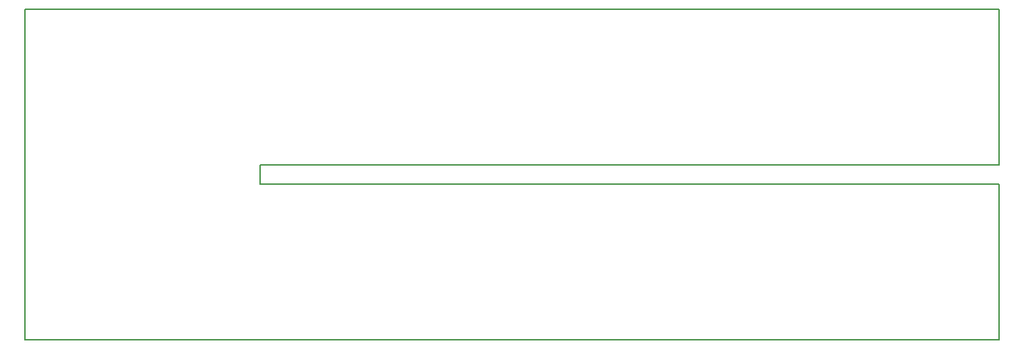
<source format=gko>
%FSLAX24Y24*%
%MOIN*%
G70*
G01*
G75*
G04 Layer_Color=16711935*
%ADD10C,0.0080*%
%ADD11C,0.0160*%
%ADD12C,0.0200*%
%ADD13C,0.0300*%
%ADD14C,0.0040*%
%ADD15C,0.0100*%
%ADD16C,0.0120*%
%ADD17C,0.0240*%
%ADD18C,0.0090*%
%ADD19R,0.0200X0.0200*%
%ADD20R,0.0200X0.0200*%
%ADD21C,0.0098*%
%ADD22C,0.0276*%
%ADD23R,0.0236X0.0413*%
%ADD24P,0.0283X4X90.0*%
%ADD25R,0.0940X0.0650*%
%ADD26R,0.0100X0.0270*%
%ADD27R,0.0550X0.0470*%
%ADD28R,0.0160X0.0440*%
G04:AMPARAMS|DCode=29|XSize=20mil|YSize=8mil|CornerRadius=3mil|HoleSize=0mil|Usage=FLASHONLY|Rotation=90.000|XOffset=0mil|YOffset=0mil|HoleType=Round|Shape=RoundedRectangle|*
%AMROUNDEDRECTD29*
21,1,0.0200,0.0020,0,0,90.0*
21,1,0.0140,0.0080,0,0,90.0*
1,1,0.0060,0.0010,0.0070*
1,1,0.0060,0.0010,-0.0070*
1,1,0.0060,-0.0010,-0.0070*
1,1,0.0060,-0.0010,0.0070*
%
%ADD29ROUNDEDRECTD29*%
G04:AMPARAMS|DCode=30|XSize=20mil|YSize=8mil|CornerRadius=3mil|HoleSize=0mil|Usage=FLASHONLY|Rotation=0.000|XOffset=0mil|YOffset=0mil|HoleType=Round|Shape=RoundedRectangle|*
%AMROUNDEDRECTD30*
21,1,0.0200,0.0020,0,0,0.0*
21,1,0.0140,0.0080,0,0,0.0*
1,1,0.0060,0.0070,-0.0010*
1,1,0.0060,-0.0070,-0.0010*
1,1,0.0060,-0.0070,0.0010*
1,1,0.0060,0.0070,0.0010*
%
%ADD30ROUNDEDRECTD30*%
%ADD31R,0.0360X0.0400*%
%ADD32R,0.0340X0.0310*%
%ADD33R,0.0320X0.0280*%
%ADD34R,0.0560X0.0560*%
%ADD35R,0.0480X0.0560*%
%ADD36R,0.0200X0.0400*%
G04:AMPARAMS|DCode=37|XSize=52mil|YSize=63mil|CornerRadius=5.2mil|HoleSize=0mil|Usage=FLASHONLY|Rotation=180.000|XOffset=0mil|YOffset=0mil|HoleType=Round|Shape=RoundedRectangle|*
%AMROUNDEDRECTD37*
21,1,0.0520,0.0526,0,0,180.0*
21,1,0.0416,0.0630,0,0,180.0*
1,1,0.0104,-0.0208,0.0263*
1,1,0.0104,0.0208,0.0263*
1,1,0.0104,0.0208,-0.0263*
1,1,0.0104,-0.0208,-0.0263*
%
%ADD37ROUNDEDRECTD37*%
%ADD38R,0.0400X0.0360*%
%ADD39R,0.0310X0.0340*%
%ADD40R,0.0400X0.0200*%
G04:AMPARAMS|DCode=41|XSize=52mil|YSize=63mil|CornerRadius=5.2mil|HoleSize=0mil|Usage=FLASHONLY|Rotation=315.000|XOffset=0mil|YOffset=0mil|HoleType=Round|Shape=RoundedRectangle|*
%AMROUNDEDRECTD41*
21,1,0.0520,0.0526,0,0,315.0*
21,1,0.0416,0.0630,0,0,315.0*
1,1,0.0104,-0.0039,-0.0333*
1,1,0.0104,-0.0333,-0.0039*
1,1,0.0104,0.0039,0.0333*
1,1,0.0104,0.0333,0.0039*
%
%ADD41ROUNDEDRECTD41*%
G04:AMPARAMS|DCode=42|XSize=52mil|YSize=63mil|CornerRadius=5.2mil|HoleSize=0mil|Usage=FLASHONLY|Rotation=270.000|XOffset=0mil|YOffset=0mil|HoleType=Round|Shape=RoundedRectangle|*
%AMROUNDEDRECTD42*
21,1,0.0520,0.0526,0,0,270.0*
21,1,0.0416,0.0630,0,0,270.0*
1,1,0.0104,-0.0263,-0.0208*
1,1,0.0104,-0.0263,0.0208*
1,1,0.0104,0.0263,0.0208*
1,1,0.0104,0.0263,-0.0208*
%
%ADD42ROUNDEDRECTD42*%
%ADD43R,0.0280X0.0320*%
%ADD44R,0.0100X0.0220*%
G04:AMPARAMS|DCode=45|XSize=22mil|YSize=10mil|CornerRadius=0mil|HoleSize=0mil|Usage=FLASHONLY|Rotation=45.000|XOffset=0mil|YOffset=0mil|HoleType=Round|Shape=Rectangle|*
%AMROTATEDRECTD45*
4,1,4,-0.0042,-0.0113,-0.0113,-0.0042,0.0042,0.0113,0.0113,0.0042,-0.0042,-0.0113,0.0*
%
%ADD45ROTATEDRECTD45*%

%ADD46R,0.1460X0.0480*%
%ADD47R,0.0560X0.0160*%
%ADD48R,0.0750X0.0910*%
%ADD49R,0.0750X0.0710*%
G04:AMPARAMS|DCode=50|XSize=8mil|YSize=28mil|CornerRadius=4mil|HoleSize=0mil|Usage=FLASHONLY|Rotation=270.000|XOffset=0mil|YOffset=0mil|HoleType=Round|Shape=RoundedRectangle|*
%AMROUNDEDRECTD50*
21,1,0.0080,0.0200,0,0,270.0*
21,1,0.0000,0.0280,0,0,270.0*
1,1,0.0080,-0.0100,0.0000*
1,1,0.0080,-0.0100,0.0000*
1,1,0.0080,0.0100,0.0000*
1,1,0.0080,0.0100,0.0000*
%
%ADD50ROUNDEDRECTD50*%
G04:AMPARAMS|DCode=51|XSize=8mil|YSize=28mil|CornerRadius=4mil|HoleSize=0mil|Usage=FLASHONLY|Rotation=180.000|XOffset=0mil|YOffset=0mil|HoleType=Round|Shape=RoundedRectangle|*
%AMROUNDEDRECTD51*
21,1,0.0080,0.0200,0,0,180.0*
21,1,0.0000,0.0280,0,0,180.0*
1,1,0.0080,0.0000,0.0100*
1,1,0.0080,0.0000,0.0100*
1,1,0.0080,0.0000,-0.0100*
1,1,0.0080,0.0000,-0.0100*
%
%ADD51ROUNDEDRECTD51*%
G04:AMPARAMS|DCode=52|XSize=182mil|YSize=182mil|CornerRadius=4.6mil|HoleSize=0mil|Usage=FLASHONLY|Rotation=180.000|XOffset=0mil|YOffset=0mil|HoleType=Round|Shape=RoundedRectangle|*
%AMROUNDEDRECTD52*
21,1,0.1820,0.1729,0,0,180.0*
21,1,0.1729,0.1820,0,0,180.0*
1,1,0.0091,-0.0865,0.0865*
1,1,0.0091,0.0865,0.0865*
1,1,0.0091,0.0865,-0.0865*
1,1,0.0091,-0.0865,-0.0865*
%
%ADD52ROUNDEDRECTD52*%
G04:AMPARAMS|DCode=53|XSize=182mil|YSize=182mil|CornerRadius=4.6mil|HoleSize=0mil|Usage=FLASHONLY|Rotation=135.000|XOffset=0mil|YOffset=0mil|HoleType=Round|Shape=RoundedRectangle|*
%AMROUNDEDRECTD53*
21,1,0.1820,0.1729,0,0,135.0*
21,1,0.1729,0.1820,0,0,135.0*
1,1,0.0091,0.0000,0.1223*
1,1,0.0091,0.1223,0.0000*
1,1,0.0091,0.0000,-0.1223*
1,1,0.0091,-0.1223,0.0000*
%
%ADD53ROUNDEDRECTD53*%
G04:AMPARAMS|DCode=54|XSize=8mil|YSize=28mil|CornerRadius=4mil|HoleSize=0mil|Usage=FLASHONLY|Rotation=135.000|XOffset=0mil|YOffset=0mil|HoleType=Round|Shape=RoundedRectangle|*
%AMROUNDEDRECTD54*
21,1,0.0080,0.0200,0,0,135.0*
21,1,0.0000,0.0280,0,0,135.0*
1,1,0.0080,0.0071,0.0071*
1,1,0.0080,0.0071,0.0071*
1,1,0.0080,-0.0071,-0.0071*
1,1,0.0080,-0.0071,-0.0071*
%
%ADD54ROUNDEDRECTD54*%
G04:AMPARAMS|DCode=55|XSize=8mil|YSize=28mil|CornerRadius=4mil|HoleSize=0mil|Usage=FLASHONLY|Rotation=225.000|XOffset=0mil|YOffset=0mil|HoleType=Round|Shape=RoundedRectangle|*
%AMROUNDEDRECTD55*
21,1,0.0080,0.0200,0,0,225.0*
21,1,0.0000,0.0280,0,0,225.0*
1,1,0.0080,-0.0071,0.0071*
1,1,0.0080,-0.0071,0.0071*
1,1,0.0080,0.0071,-0.0071*
1,1,0.0080,0.0071,-0.0071*
%
%ADD55ROUNDEDRECTD55*%
%ADD56P,0.0283X4X360.0*%
%ADD57R,0.0600X0.0950*%
%ADD58R,0.0240X0.0160*%
G04:AMPARAMS|DCode=59|XSize=14mil|YSize=14mil|CornerRadius=7mil|HoleSize=0mil|Usage=FLASHONLY|Rotation=0.000|XOffset=0mil|YOffset=0mil|HoleType=Round|Shape=RoundedRectangle|*
%AMROUNDEDRECTD59*
21,1,0.0140,0.0000,0,0,0.0*
21,1,0.0000,0.0140,0,0,0.0*
1,1,0.0140,0.0000,0.0000*
1,1,0.0140,0.0000,0.0000*
1,1,0.0140,0.0000,0.0000*
1,1,0.0140,0.0000,0.0000*
%
%ADD59ROUNDEDRECTD59*%
%ADD60R,0.0165X0.0400*%
%ADD61C,0.0236*%
%ADD62R,0.0120X0.0400*%
%ADD63R,0.0480X0.0400*%
%ADD64R,0.0400X0.0480*%
%ADD65R,0.0827X0.0206*%
%ADD66R,0.0394X0.0560*%
%ADD67R,0.0827X0.0354*%
%ADD68R,0.0560X0.0394*%
%ADD69R,0.0206X0.0827*%
%ADD70R,0.0354X0.0827*%
G04:AMPARAMS|DCode=71|XSize=100mil|YSize=35mil|CornerRadius=8.8mil|HoleSize=0mil|Usage=FLASHONLY|Rotation=180.000|XOffset=0mil|YOffset=0mil|HoleType=Round|Shape=RoundedRectangle|*
%AMROUNDEDRECTD71*
21,1,0.1000,0.0175,0,0,180.0*
21,1,0.0825,0.0350,0,0,180.0*
1,1,0.0175,-0.0413,0.0088*
1,1,0.0175,0.0413,0.0088*
1,1,0.0175,0.0413,-0.0088*
1,1,0.0175,-0.0413,-0.0088*
%
%ADD71ROUNDEDRECTD71*%
G04:AMPARAMS|DCode=72|XSize=100mil|YSize=35mil|CornerRadius=8.8mil|HoleSize=0mil|Usage=FLASHONLY|Rotation=90.000|XOffset=0mil|YOffset=0mil|HoleType=Round|Shape=RoundedRectangle|*
%AMROUNDEDRECTD72*
21,1,0.1000,0.0175,0,0,90.0*
21,1,0.0825,0.0350,0,0,90.0*
1,1,0.0175,0.0088,0.0413*
1,1,0.0175,0.0088,-0.0413*
1,1,0.0175,-0.0088,-0.0413*
1,1,0.0175,-0.0088,0.0413*
%
%ADD72ROUNDEDRECTD72*%
%ADD73R,0.0950X0.0300*%
%ADD74R,0.0512X0.0866*%
%ADD75R,0.0512X0.0551*%
%ADD76C,0.0160*%
%ADD77C,0.0630*%
%ADD78C,0.0360*%
%ADD79C,0.0070*%
%ADD80C,0.0060*%
%ADD81C,0.0400*%
%ADD82C,0.0280*%
%ADD83R,0.0520X0.0140*%
%ADD84R,0.0108X0.0250*%
%ADD85R,0.0247X0.0144*%
%ADD86R,0.0230X0.0158*%
%ADD87R,0.0095X0.0038*%
%ADD88R,0.0150X0.0200*%
%ADD89R,0.1410X0.0970*%
%ADD90R,0.0180X0.0170*%
%ADD91C,0.0551*%
%ADD92C,0.0660*%
%ADD93C,0.0160*%
%ADD94C,0.0240*%
%ADD95C,0.0140*%
%ADD96C,0.0480*%
%ADD97C,0.0210*%
%ADD98C,0.0410*%
%ADD99R,0.0250X0.0040*%
G04:AMPARAMS|DCode=100|XSize=700mil|YSize=700mil|CornerRadius=350mil|HoleSize=0mil|Usage=FLASHONLY|Rotation=277.000|XOffset=0mil|YOffset=0mil|HoleType=Round|Shape=RoundedRectangle|*
%AMROUNDEDRECTD100*
21,1,0.7000,0.0000,0,0,277.0*
21,1,0.0000,0.7000,0,0,277.0*
1,1,0.7000,0.0000,0.0000*
1,1,0.7000,0.0000,0.0000*
1,1,0.7000,0.0000,0.0000*
1,1,0.7000,0.0000,0.0000*
%
%ADD100ROUNDEDRECTD100*%
G04:AMPARAMS|DCode=101|XSize=200mil|YSize=110mil|CornerRadius=0mil|HoleSize=0mil|Usage=FLASHONLY|Rotation=277.000|XOffset=0mil|YOffset=0mil|HoleType=Round|Shape=Rectangle|*
%AMROTATEDRECTD101*
4,1,4,-0.0668,0.0926,0.0424,0.1060,0.0668,-0.0926,-0.0424,-0.1060,-0.0668,0.0926,0.0*
%
%ADD101ROTATEDRECTD101*%

%ADD102R,0.0600X0.1340*%
%ADD103R,0.0400X0.1380*%
%ADD104R,0.0750X0.0360*%
%ADD105R,0.0360X0.0750*%
%ADD106R,0.0250X0.0580*%
%ADD107C,0.0050*%
%ADD108R,0.0190X0.0130*%
%ADD109C,0.0003*%
%ADD110C,0.0011*%
%ADD111R,0.0280X0.0280*%
%ADD112R,0.0280X0.0280*%
%ADD113C,0.0178*%
%ADD114C,0.0356*%
%ADD115R,0.0316X0.0493*%
%ADD116P,0.0396X4X90.0*%
%ADD117R,0.1020X0.0730*%
%ADD118R,0.0180X0.0350*%
%ADD119R,0.0630X0.0550*%
%ADD120R,0.0240X0.0520*%
G04:AMPARAMS|DCode=121|XSize=28mil|YSize=16mil|CornerRadius=7mil|HoleSize=0mil|Usage=FLASHONLY|Rotation=90.000|XOffset=0mil|YOffset=0mil|HoleType=Round|Shape=RoundedRectangle|*
%AMROUNDEDRECTD121*
21,1,0.0280,0.0020,0,0,90.0*
21,1,0.0140,0.0160,0,0,90.0*
1,1,0.0140,0.0010,0.0070*
1,1,0.0140,0.0010,-0.0070*
1,1,0.0140,-0.0010,-0.0070*
1,1,0.0140,-0.0010,0.0070*
%
%ADD121ROUNDEDRECTD121*%
G04:AMPARAMS|DCode=122|XSize=28mil|YSize=16mil|CornerRadius=7mil|HoleSize=0mil|Usage=FLASHONLY|Rotation=0.000|XOffset=0mil|YOffset=0mil|HoleType=Round|Shape=RoundedRectangle|*
%AMROUNDEDRECTD122*
21,1,0.0280,0.0020,0,0,0.0*
21,1,0.0140,0.0160,0,0,0.0*
1,1,0.0140,0.0070,-0.0010*
1,1,0.0140,-0.0070,-0.0010*
1,1,0.0140,-0.0070,0.0010*
1,1,0.0140,0.0070,0.0010*
%
%ADD122ROUNDEDRECTD122*%
%ADD123R,0.0440X0.0480*%
%ADD124R,0.0420X0.0390*%
%ADD125R,0.0400X0.0360*%
%ADD126R,0.0640X0.0640*%
%ADD127R,0.0560X0.0640*%
%ADD128R,0.0280X0.0480*%
G04:AMPARAMS|DCode=129|XSize=60mil|YSize=71mil|CornerRadius=9.2mil|HoleSize=0mil|Usage=FLASHONLY|Rotation=180.000|XOffset=0mil|YOffset=0mil|HoleType=Round|Shape=RoundedRectangle|*
%AMROUNDEDRECTD129*
21,1,0.0600,0.0526,0,0,180.0*
21,1,0.0416,0.0710,0,0,180.0*
1,1,0.0184,-0.0208,0.0263*
1,1,0.0184,0.0208,0.0263*
1,1,0.0184,0.0208,-0.0263*
1,1,0.0184,-0.0208,-0.0263*
%
%ADD129ROUNDEDRECTD129*%
%ADD130R,0.0480X0.0440*%
%ADD131R,0.0390X0.0420*%
%ADD132R,0.0480X0.0280*%
G04:AMPARAMS|DCode=133|XSize=60mil|YSize=71mil|CornerRadius=9.2mil|HoleSize=0mil|Usage=FLASHONLY|Rotation=315.000|XOffset=0mil|YOffset=0mil|HoleType=Round|Shape=RoundedRectangle|*
%AMROUNDEDRECTD133*
21,1,0.0600,0.0526,0,0,315.0*
21,1,0.0416,0.0710,0,0,315.0*
1,1,0.0184,-0.0039,-0.0333*
1,1,0.0184,-0.0333,-0.0039*
1,1,0.0184,0.0039,0.0333*
1,1,0.0184,0.0333,0.0039*
%
%ADD133ROUNDEDRECTD133*%
G04:AMPARAMS|DCode=134|XSize=60mil|YSize=71mil|CornerRadius=9.2mil|HoleSize=0mil|Usage=FLASHONLY|Rotation=270.000|XOffset=0mil|YOffset=0mil|HoleType=Round|Shape=RoundedRectangle|*
%AMROUNDEDRECTD134*
21,1,0.0600,0.0526,0,0,270.0*
21,1,0.0416,0.0710,0,0,270.0*
1,1,0.0184,-0.0263,-0.0208*
1,1,0.0184,-0.0263,0.0208*
1,1,0.0184,0.0263,0.0208*
1,1,0.0184,0.0263,-0.0208*
%
%ADD134ROUNDEDRECTD134*%
%ADD135R,0.0360X0.0400*%
%ADD136R,0.0180X0.0300*%
G04:AMPARAMS|DCode=137|XSize=30mil|YSize=18mil|CornerRadius=0mil|HoleSize=0mil|Usage=FLASHONLY|Rotation=45.000|XOffset=0mil|YOffset=0mil|HoleType=Round|Shape=Rectangle|*
%AMROTATEDRECTD137*
4,1,4,-0.0042,-0.0170,-0.0170,-0.0042,0.0042,0.0170,0.0170,0.0042,-0.0042,-0.0170,0.0*
%
%ADD137ROTATEDRECTD137*%

%ADD138R,0.1540X0.0560*%
%ADD139R,0.0640X0.0240*%
%ADD140R,0.0830X0.0990*%
%ADD141R,0.0830X0.0790*%
G04:AMPARAMS|DCode=142|XSize=16mil|YSize=36mil|CornerRadius=8mil|HoleSize=0mil|Usage=FLASHONLY|Rotation=270.000|XOffset=0mil|YOffset=0mil|HoleType=Round|Shape=RoundedRectangle|*
%AMROUNDEDRECTD142*
21,1,0.0160,0.0200,0,0,270.0*
21,1,0.0000,0.0360,0,0,270.0*
1,1,0.0160,-0.0100,0.0000*
1,1,0.0160,-0.0100,0.0000*
1,1,0.0160,0.0100,0.0000*
1,1,0.0160,0.0100,0.0000*
%
%ADD142ROUNDEDRECTD142*%
G04:AMPARAMS|DCode=143|XSize=16mil|YSize=36mil|CornerRadius=8mil|HoleSize=0mil|Usage=FLASHONLY|Rotation=180.000|XOffset=0mil|YOffset=0mil|HoleType=Round|Shape=RoundedRectangle|*
%AMROUNDEDRECTD143*
21,1,0.0160,0.0200,0,0,180.0*
21,1,0.0000,0.0360,0,0,180.0*
1,1,0.0160,0.0000,0.0100*
1,1,0.0160,0.0000,0.0100*
1,1,0.0160,0.0000,-0.0100*
1,1,0.0160,0.0000,-0.0100*
%
%ADD143ROUNDEDRECTD143*%
G04:AMPARAMS|DCode=144|XSize=190mil|YSize=190mil|CornerRadius=8.6mil|HoleSize=0mil|Usage=FLASHONLY|Rotation=180.000|XOffset=0mil|YOffset=0mil|HoleType=Round|Shape=RoundedRectangle|*
%AMROUNDEDRECTD144*
21,1,0.1900,0.1729,0,0,180.0*
21,1,0.1729,0.1900,0,0,180.0*
1,1,0.0171,-0.0865,0.0865*
1,1,0.0171,0.0865,0.0865*
1,1,0.0171,0.0865,-0.0865*
1,1,0.0171,-0.0865,-0.0865*
%
%ADD144ROUNDEDRECTD144*%
G04:AMPARAMS|DCode=145|XSize=190mil|YSize=190mil|CornerRadius=8.6mil|HoleSize=0mil|Usage=FLASHONLY|Rotation=135.000|XOffset=0mil|YOffset=0mil|HoleType=Round|Shape=RoundedRectangle|*
%AMROUNDEDRECTD145*
21,1,0.1900,0.1729,0,0,135.0*
21,1,0.1729,0.1900,0,0,135.0*
1,1,0.0171,0.0000,0.1223*
1,1,0.0171,0.1223,0.0000*
1,1,0.0171,0.0000,-0.1223*
1,1,0.0171,-0.1223,0.0000*
%
%ADD145ROUNDEDRECTD145*%
G04:AMPARAMS|DCode=146|XSize=16mil|YSize=36mil|CornerRadius=8mil|HoleSize=0mil|Usage=FLASHONLY|Rotation=135.000|XOffset=0mil|YOffset=0mil|HoleType=Round|Shape=RoundedRectangle|*
%AMROUNDEDRECTD146*
21,1,0.0160,0.0200,0,0,135.0*
21,1,0.0000,0.0360,0,0,135.0*
1,1,0.0160,0.0071,0.0071*
1,1,0.0160,0.0071,0.0071*
1,1,0.0160,-0.0071,-0.0071*
1,1,0.0160,-0.0071,-0.0071*
%
%ADD146ROUNDEDRECTD146*%
G04:AMPARAMS|DCode=147|XSize=16mil|YSize=36mil|CornerRadius=8mil|HoleSize=0mil|Usage=FLASHONLY|Rotation=225.000|XOffset=0mil|YOffset=0mil|HoleType=Round|Shape=RoundedRectangle|*
%AMROUNDEDRECTD147*
21,1,0.0160,0.0200,0,0,225.0*
21,1,0.0000,0.0360,0,0,225.0*
1,1,0.0160,-0.0071,0.0071*
1,1,0.0160,-0.0071,0.0071*
1,1,0.0160,0.0071,-0.0071*
1,1,0.0160,0.0071,-0.0071*
%
%ADD147ROUNDEDRECTD147*%
%ADD148P,0.0396X4X360.0*%
%ADD149R,0.0680X0.1030*%
%ADD150R,0.0320X0.0240*%
G04:AMPARAMS|DCode=151|XSize=22mil|YSize=22mil|CornerRadius=11mil|HoleSize=0mil|Usage=FLASHONLY|Rotation=0.000|XOffset=0mil|YOffset=0mil|HoleType=Round|Shape=RoundedRectangle|*
%AMROUNDEDRECTD151*
21,1,0.0220,0.0000,0,0,0.0*
21,1,0.0000,0.0220,0,0,0.0*
1,1,0.0220,0.0000,0.0000*
1,1,0.0220,0.0000,0.0000*
1,1,0.0220,0.0000,0.0000*
1,1,0.0220,0.0000,0.0000*
%
%ADD151ROUNDEDRECTD151*%
%ADD152R,0.0245X0.0480*%
%ADD153C,0.0551*%
%ADD154R,0.0200X0.0480*%
%ADD155R,0.0560X0.0480*%
%ADD156R,0.0480X0.0560*%
%ADD157R,0.0907X0.0434*%
%ADD158R,0.0434X0.0907*%
G04:AMPARAMS|DCode=159|XSize=108mil|YSize=43mil|CornerRadius=12.8mil|HoleSize=0mil|Usage=FLASHONLY|Rotation=180.000|XOffset=0mil|YOffset=0mil|HoleType=Round|Shape=RoundedRectangle|*
%AMROUNDEDRECTD159*
21,1,0.1080,0.0175,0,0,180.0*
21,1,0.0825,0.0430,0,0,180.0*
1,1,0.0255,-0.0413,0.0088*
1,1,0.0255,0.0413,0.0088*
1,1,0.0255,0.0413,-0.0088*
1,1,0.0255,-0.0413,-0.0088*
%
%ADD159ROUNDEDRECTD159*%
G04:AMPARAMS|DCode=160|XSize=108mil|YSize=43mil|CornerRadius=12.8mil|HoleSize=0mil|Usage=FLASHONLY|Rotation=90.000|XOffset=0mil|YOffset=0mil|HoleType=Round|Shape=RoundedRectangle|*
%AMROUNDEDRECTD160*
21,1,0.1080,0.0175,0,0,90.0*
21,1,0.0825,0.0430,0,0,90.0*
1,1,0.0255,0.0088,0.0413*
1,1,0.0255,0.0088,-0.0413*
1,1,0.0255,-0.0088,-0.0413*
1,1,0.0255,-0.0088,0.0413*
%
%ADD160ROUNDEDRECTD160*%
%ADD161R,0.1030X0.0380*%
%ADD162R,0.0592X0.0946*%
%ADD163R,0.0592X0.0631*%
%ADD164C,0.0631*%
%ADD165C,0.0740*%
%ADD166C,0.0560*%
%ADD167C,0.0290*%
G04:AMPARAMS|DCode=168|XSize=708mil|YSize=708mil|CornerRadius=354mil|HoleSize=0mil|Usage=FLASHONLY|Rotation=277.000|XOffset=0mil|YOffset=0mil|HoleType=Round|Shape=RoundedRectangle|*
%AMROUNDEDRECTD168*
21,1,0.7080,0.0000,0,0,277.0*
21,1,0.0000,0.7080,0,0,277.0*
1,1,0.7080,0.0000,0.0000*
1,1,0.7080,0.0000,0.0000*
1,1,0.7080,0.0000,0.0000*
1,1,0.7080,0.0000,0.0000*
%
%ADD168ROUNDEDRECTD168*%
G04:AMPARAMS|DCode=169|XSize=208mil|YSize=118mil|CornerRadius=0mil|HoleSize=0mil|Usage=FLASHONLY|Rotation=277.000|XOffset=0mil|YOffset=0mil|HoleType=Round|Shape=Rectangle|*
%AMROTATEDRECTD169*
4,1,4,-0.0712,0.0960,0.0459,0.1104,0.0712,-0.0960,-0.0459,-0.1104,-0.0712,0.0960,0.0*
%
%ADD169ROTATEDRECTD169*%

%ADD170R,0.0680X0.1420*%
%ADD171R,0.0480X0.1460*%
%ADD172R,0.0830X0.0440*%
%ADD173R,0.0440X0.0830*%
D80*
X41815Y-385D02*
Y6930D01*
X41815Y7820D02*
Y15135D01*
X-3745Y-385D02*
Y15135D01*
X41815D01*
X7265Y6930D02*
X41815D01*
X7265D02*
Y7820D01*
X41815D01*
X-3745Y-385D02*
X41815D01*
M02*

</source>
